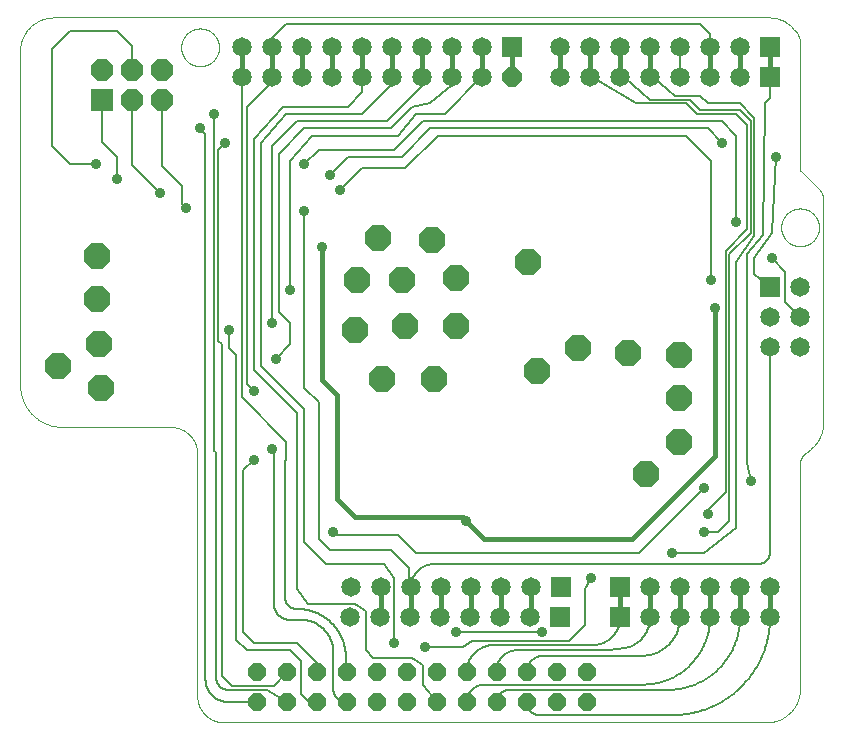
<source format=gtl>
G75*
%MOIN*%
%OFA0B0*%
%FSLAX25Y25*%
%IPPOS*%
%LPD*%
%AMOC8*
5,1,8,0,0,1.08239X$1,22.5*
%
%ADD10C,0.00000*%
%ADD11R,0.06500X0.06500*%
%ADD12C,0.06500*%
%ADD13R,0.07400X0.07400*%
%ADD14OC8,0.07400*%
%ADD15OC8,0.06000*%
%ADD16OC8,0.06500*%
%ADD17OC8,0.08500*%
%ADD18C,0.01600*%
%ADD19C,0.03562*%
%ADD20C,0.00600*%
D10*
X0064055Y0010103D02*
X0064055Y0090922D01*
X0064052Y0091135D01*
X0064045Y0091347D01*
X0064032Y0091560D01*
X0064014Y0091772D01*
X0063991Y0091983D01*
X0063963Y0092194D01*
X0063929Y0092404D01*
X0063891Y0092613D01*
X0063848Y0092822D01*
X0063799Y0093029D01*
X0063746Y0093235D01*
X0063687Y0093439D01*
X0063624Y0093642D01*
X0063556Y0093844D01*
X0063483Y0094044D01*
X0063405Y0094242D01*
X0063323Y0094438D01*
X0063235Y0094632D01*
X0063143Y0094823D01*
X0063047Y0095013D01*
X0062946Y0095200D01*
X0062840Y0095385D01*
X0062730Y0095567D01*
X0062615Y0095746D01*
X0062497Y0095923D01*
X0062374Y0096096D01*
X0062247Y0096267D01*
X0062115Y0096434D01*
X0061980Y0096599D01*
X0061841Y0096759D01*
X0061698Y0096917D01*
X0061551Y0097071D01*
X0061401Y0097221D01*
X0061247Y0097368D01*
X0061089Y0097511D01*
X0060929Y0097650D01*
X0060764Y0097785D01*
X0060597Y0097917D01*
X0060426Y0098044D01*
X0060253Y0098167D01*
X0060076Y0098285D01*
X0059897Y0098400D01*
X0059715Y0098510D01*
X0059530Y0098616D01*
X0059343Y0098717D01*
X0059153Y0098813D01*
X0058962Y0098905D01*
X0058768Y0098993D01*
X0058572Y0099075D01*
X0058374Y0099153D01*
X0058174Y0099226D01*
X0057972Y0099294D01*
X0057769Y0099357D01*
X0057565Y0099416D01*
X0057359Y0099469D01*
X0057152Y0099518D01*
X0056943Y0099561D01*
X0056734Y0099599D01*
X0056524Y0099633D01*
X0056313Y0099661D01*
X0056102Y0099684D01*
X0055890Y0099702D01*
X0055677Y0099715D01*
X0055465Y0099722D01*
X0055252Y0099725D01*
X0019195Y0099725D01*
X0018852Y0099729D01*
X0018509Y0099742D01*
X0018167Y0099762D01*
X0017825Y0099791D01*
X0017484Y0099828D01*
X0017144Y0099874D01*
X0016805Y0099928D01*
X0016468Y0099989D01*
X0016132Y0100059D01*
X0015798Y0100137D01*
X0015466Y0100224D01*
X0015136Y0100318D01*
X0014809Y0100420D01*
X0014484Y0100530D01*
X0014161Y0100647D01*
X0013842Y0100773D01*
X0013526Y0100906D01*
X0013213Y0101047D01*
X0012904Y0101195D01*
X0012598Y0101351D01*
X0012296Y0101514D01*
X0011999Y0101684D01*
X0011705Y0101862D01*
X0011416Y0102046D01*
X0011131Y0102238D01*
X0010851Y0102436D01*
X0010576Y0102641D01*
X0010306Y0102853D01*
X0010041Y0103071D01*
X0009782Y0103295D01*
X0009528Y0103525D01*
X0009280Y0103762D01*
X0009037Y0104005D01*
X0008800Y0104253D01*
X0008570Y0104507D01*
X0008346Y0104766D01*
X0008128Y0105031D01*
X0007916Y0105301D01*
X0007711Y0105576D01*
X0007513Y0105856D01*
X0007321Y0106141D01*
X0007137Y0106430D01*
X0006959Y0106724D01*
X0006789Y0107021D01*
X0006626Y0107323D01*
X0006470Y0107629D01*
X0006322Y0107938D01*
X0006181Y0108251D01*
X0006048Y0108567D01*
X0005922Y0108886D01*
X0005805Y0109209D01*
X0005695Y0109534D01*
X0005593Y0109861D01*
X0005499Y0110191D01*
X0005412Y0110523D01*
X0005334Y0110857D01*
X0005264Y0111193D01*
X0005203Y0111530D01*
X0005149Y0111869D01*
X0005103Y0112209D01*
X0005066Y0112550D01*
X0005037Y0112892D01*
X0005017Y0113234D01*
X0005004Y0113577D01*
X0005000Y0113920D01*
X0005000Y0225098D01*
X0005003Y0225368D01*
X0005013Y0225637D01*
X0005029Y0225907D01*
X0005052Y0226175D01*
X0005081Y0226444D01*
X0005117Y0226711D01*
X0005159Y0226977D01*
X0005208Y0227243D01*
X0005263Y0227507D01*
X0005324Y0227769D01*
X0005392Y0228031D01*
X0005466Y0228290D01*
X0005546Y0228548D01*
X0005633Y0228803D01*
X0005725Y0229056D01*
X0005824Y0229308D01*
X0005929Y0229556D01*
X0006040Y0229802D01*
X0006156Y0230045D01*
X0006279Y0230286D01*
X0006407Y0230523D01*
X0006541Y0230757D01*
X0006680Y0230988D01*
X0006825Y0231215D01*
X0006976Y0231439D01*
X0007132Y0231659D01*
X0007293Y0231876D01*
X0007459Y0232088D01*
X0007631Y0232296D01*
X0007807Y0232500D01*
X0007989Y0232700D01*
X0008175Y0232895D01*
X0008366Y0233086D01*
X0008561Y0233272D01*
X0008761Y0233454D01*
X0008965Y0233630D01*
X0009173Y0233802D01*
X0009385Y0233968D01*
X0009602Y0234129D01*
X0009822Y0234285D01*
X0010046Y0234436D01*
X0010273Y0234581D01*
X0010504Y0234720D01*
X0010738Y0234854D01*
X0010975Y0234982D01*
X0011216Y0235105D01*
X0011459Y0235221D01*
X0011705Y0235332D01*
X0011953Y0235437D01*
X0012205Y0235536D01*
X0012458Y0235628D01*
X0012713Y0235715D01*
X0012971Y0235795D01*
X0013230Y0235869D01*
X0013492Y0235937D01*
X0013754Y0235998D01*
X0014018Y0236053D01*
X0014284Y0236102D01*
X0014550Y0236144D01*
X0014817Y0236180D01*
X0015086Y0236209D01*
X0015354Y0236232D01*
X0015624Y0236248D01*
X0015893Y0236258D01*
X0016163Y0236261D01*
X0254763Y0236261D01*
X0262006Y0233275D02*
X0263110Y0232178D01*
X0265000Y0227635D02*
X0265000Y0185714D01*
X0265293Y0185007D02*
X0271217Y0179158D01*
X0272717Y0175571D02*
X0272717Y0101174D01*
X0272714Y0100903D01*
X0272704Y0100632D01*
X0272687Y0100361D01*
X0272664Y0100091D01*
X0272635Y0099822D01*
X0272598Y0099553D01*
X0272556Y0099285D01*
X0272506Y0099018D01*
X0272451Y0098753D01*
X0272388Y0098489D01*
X0272320Y0098227D01*
X0272245Y0097966D01*
X0272164Y0097707D01*
X0272076Y0097451D01*
X0271982Y0097196D01*
X0271882Y0096944D01*
X0271776Y0096695D01*
X0271664Y0096448D01*
X0271546Y0096204D01*
X0271422Y0095963D01*
X0271292Y0095724D01*
X0271157Y0095490D01*
X0271016Y0095258D01*
X0270869Y0095030D01*
X0270716Y0094806D01*
X0270559Y0094585D01*
X0270396Y0094369D01*
X0270227Y0094156D01*
X0270054Y0093948D01*
X0269875Y0093743D01*
X0269692Y0093544D01*
X0269504Y0093348D01*
X0269311Y0093158D01*
X0269114Y0092972D01*
X0268912Y0092791D01*
X0268705Y0092615D01*
X0268495Y0092444D01*
X0266956Y0091226D01*
X0264843Y0086856D02*
X0264843Y0033371D01*
X0265000Y0012547D01*
X0264997Y0012275D01*
X0264987Y0012004D01*
X0264970Y0011732D01*
X0264947Y0011462D01*
X0264918Y0011191D01*
X0264882Y0010922D01*
X0264839Y0010653D01*
X0264790Y0010386D01*
X0264735Y0010120D01*
X0264673Y0009855D01*
X0264605Y0009592D01*
X0264530Y0009331D01*
X0264450Y0009071D01*
X0264362Y0008814D01*
X0264269Y0008559D01*
X0264170Y0008306D01*
X0264064Y0008055D01*
X0263953Y0007808D01*
X0263835Y0007562D01*
X0263712Y0007320D01*
X0263583Y0007081D01*
X0263448Y0006845D01*
X0263307Y0006613D01*
X0263161Y0006384D01*
X0263009Y0006158D01*
X0262852Y0005936D01*
X0262690Y0005718D01*
X0262522Y0005504D01*
X0262349Y0005294D01*
X0262172Y0005089D01*
X0261989Y0004888D01*
X0261801Y0004691D01*
X0261609Y0004499D01*
X0261412Y0004311D01*
X0261211Y0004128D01*
X0261006Y0003951D01*
X0260796Y0003778D01*
X0260582Y0003610D01*
X0260364Y0003448D01*
X0260142Y0003291D01*
X0259916Y0003139D01*
X0259687Y0002993D01*
X0259455Y0002852D01*
X0259219Y0002717D01*
X0258980Y0002588D01*
X0258738Y0002465D01*
X0258492Y0002347D01*
X0258245Y0002236D01*
X0257994Y0002130D01*
X0257741Y0002031D01*
X0257486Y0001938D01*
X0257229Y0001850D01*
X0256969Y0001770D01*
X0256708Y0001695D01*
X0256445Y0001627D01*
X0256180Y0001565D01*
X0255914Y0001510D01*
X0255647Y0001461D01*
X0255378Y0001418D01*
X0255109Y0001382D01*
X0254838Y0001353D01*
X0254568Y0001330D01*
X0254296Y0001313D01*
X0254025Y0001303D01*
X0253753Y0001300D01*
X0072859Y0001300D01*
X0072646Y0001303D01*
X0072434Y0001310D01*
X0072221Y0001323D01*
X0072009Y0001341D01*
X0071798Y0001364D01*
X0071587Y0001392D01*
X0071377Y0001426D01*
X0071168Y0001464D01*
X0070959Y0001507D01*
X0070752Y0001556D01*
X0070546Y0001609D01*
X0070342Y0001668D01*
X0070139Y0001731D01*
X0069937Y0001799D01*
X0069737Y0001872D01*
X0069539Y0001950D01*
X0069343Y0002032D01*
X0069149Y0002120D01*
X0068958Y0002212D01*
X0068768Y0002308D01*
X0068581Y0002409D01*
X0068396Y0002515D01*
X0068214Y0002625D01*
X0068035Y0002740D01*
X0067858Y0002858D01*
X0067685Y0002981D01*
X0067514Y0003108D01*
X0067347Y0003240D01*
X0067182Y0003375D01*
X0067022Y0003514D01*
X0066864Y0003657D01*
X0066710Y0003804D01*
X0066560Y0003954D01*
X0066413Y0004108D01*
X0066270Y0004266D01*
X0066131Y0004426D01*
X0065996Y0004591D01*
X0065864Y0004758D01*
X0065737Y0004929D01*
X0065614Y0005102D01*
X0065496Y0005279D01*
X0065381Y0005458D01*
X0065271Y0005640D01*
X0065165Y0005825D01*
X0065064Y0006012D01*
X0064968Y0006202D01*
X0064876Y0006393D01*
X0064788Y0006587D01*
X0064706Y0006783D01*
X0064628Y0006981D01*
X0064555Y0007181D01*
X0064487Y0007383D01*
X0064424Y0007586D01*
X0064365Y0007790D01*
X0064312Y0007996D01*
X0064263Y0008203D01*
X0064220Y0008412D01*
X0064182Y0008621D01*
X0064148Y0008831D01*
X0064120Y0009042D01*
X0064097Y0009253D01*
X0064079Y0009465D01*
X0064066Y0009678D01*
X0064059Y0009890D01*
X0064056Y0010103D01*
X0264843Y0086856D02*
X0264845Y0087004D01*
X0264851Y0087151D01*
X0264861Y0087299D01*
X0264874Y0087446D01*
X0264892Y0087593D01*
X0264913Y0087739D01*
X0264939Y0087884D01*
X0264968Y0088029D01*
X0265001Y0088173D01*
X0265038Y0088316D01*
X0265078Y0088458D01*
X0265122Y0088599D01*
X0265171Y0088739D01*
X0265222Y0088877D01*
X0265278Y0089014D01*
X0265337Y0089150D01*
X0265399Y0089283D01*
X0265465Y0089415D01*
X0265535Y0089546D01*
X0265608Y0089674D01*
X0265684Y0089801D01*
X0265764Y0089925D01*
X0265847Y0090047D01*
X0265933Y0090167D01*
X0266022Y0090285D01*
X0266115Y0090400D01*
X0266210Y0090513D01*
X0266308Y0090623D01*
X0266410Y0090731D01*
X0266514Y0090836D01*
X0266621Y0090938D01*
X0266730Y0091037D01*
X0266842Y0091133D01*
X0266957Y0091226D01*
X0258700Y0166300D02*
X0258702Y0166458D01*
X0258708Y0166617D01*
X0258718Y0166775D01*
X0258732Y0166932D01*
X0258750Y0167090D01*
X0258771Y0167246D01*
X0258797Y0167403D01*
X0258827Y0167558D01*
X0258860Y0167713D01*
X0258898Y0167867D01*
X0258939Y0168020D01*
X0258984Y0168171D01*
X0259033Y0168322D01*
X0259086Y0168471D01*
X0259142Y0168619D01*
X0259203Y0168766D01*
X0259266Y0168911D01*
X0259334Y0169054D01*
X0259405Y0169195D01*
X0259479Y0169335D01*
X0259557Y0169473D01*
X0259639Y0169609D01*
X0259724Y0169742D01*
X0259812Y0169874D01*
X0259903Y0170003D01*
X0259998Y0170130D01*
X0260096Y0170254D01*
X0260197Y0170376D01*
X0260301Y0170496D01*
X0260407Y0170613D01*
X0260517Y0170727D01*
X0260630Y0170838D01*
X0260745Y0170946D01*
X0260864Y0171052D01*
X0260984Y0171154D01*
X0261107Y0171254D01*
X0261233Y0171350D01*
X0261361Y0171443D01*
X0261492Y0171533D01*
X0261624Y0171619D01*
X0261759Y0171702D01*
X0261896Y0171782D01*
X0262035Y0171858D01*
X0262175Y0171931D01*
X0262318Y0172000D01*
X0262462Y0172066D01*
X0262607Y0172128D01*
X0262755Y0172186D01*
X0262903Y0172241D01*
X0263053Y0172292D01*
X0263204Y0172339D01*
X0263357Y0172382D01*
X0263510Y0172421D01*
X0263664Y0172457D01*
X0263819Y0172488D01*
X0263975Y0172516D01*
X0264132Y0172540D01*
X0264289Y0172560D01*
X0264447Y0172576D01*
X0264604Y0172588D01*
X0264763Y0172596D01*
X0264921Y0172600D01*
X0265079Y0172600D01*
X0265237Y0172596D01*
X0265396Y0172588D01*
X0265553Y0172576D01*
X0265711Y0172560D01*
X0265868Y0172540D01*
X0266025Y0172516D01*
X0266181Y0172488D01*
X0266336Y0172457D01*
X0266490Y0172421D01*
X0266643Y0172382D01*
X0266796Y0172339D01*
X0266947Y0172292D01*
X0267097Y0172241D01*
X0267245Y0172186D01*
X0267393Y0172128D01*
X0267538Y0172066D01*
X0267682Y0172000D01*
X0267825Y0171931D01*
X0267965Y0171858D01*
X0268104Y0171782D01*
X0268241Y0171702D01*
X0268376Y0171619D01*
X0268508Y0171533D01*
X0268639Y0171443D01*
X0268767Y0171350D01*
X0268893Y0171254D01*
X0269016Y0171154D01*
X0269136Y0171052D01*
X0269255Y0170946D01*
X0269370Y0170838D01*
X0269483Y0170727D01*
X0269593Y0170613D01*
X0269699Y0170496D01*
X0269803Y0170376D01*
X0269904Y0170254D01*
X0270002Y0170130D01*
X0270097Y0170003D01*
X0270188Y0169874D01*
X0270276Y0169742D01*
X0270361Y0169609D01*
X0270443Y0169473D01*
X0270521Y0169335D01*
X0270595Y0169195D01*
X0270666Y0169054D01*
X0270734Y0168911D01*
X0270797Y0168766D01*
X0270858Y0168619D01*
X0270914Y0168471D01*
X0270967Y0168322D01*
X0271016Y0168171D01*
X0271061Y0168020D01*
X0271102Y0167867D01*
X0271140Y0167713D01*
X0271173Y0167558D01*
X0271203Y0167403D01*
X0271229Y0167246D01*
X0271250Y0167090D01*
X0271268Y0166932D01*
X0271282Y0166775D01*
X0271292Y0166617D01*
X0271298Y0166458D01*
X0271300Y0166300D01*
X0271298Y0166142D01*
X0271292Y0165983D01*
X0271282Y0165825D01*
X0271268Y0165668D01*
X0271250Y0165510D01*
X0271229Y0165354D01*
X0271203Y0165197D01*
X0271173Y0165042D01*
X0271140Y0164887D01*
X0271102Y0164733D01*
X0271061Y0164580D01*
X0271016Y0164429D01*
X0270967Y0164278D01*
X0270914Y0164129D01*
X0270858Y0163981D01*
X0270797Y0163834D01*
X0270734Y0163689D01*
X0270666Y0163546D01*
X0270595Y0163405D01*
X0270521Y0163265D01*
X0270443Y0163127D01*
X0270361Y0162991D01*
X0270276Y0162858D01*
X0270188Y0162726D01*
X0270097Y0162597D01*
X0270002Y0162470D01*
X0269904Y0162346D01*
X0269803Y0162224D01*
X0269699Y0162104D01*
X0269593Y0161987D01*
X0269483Y0161873D01*
X0269370Y0161762D01*
X0269255Y0161654D01*
X0269136Y0161548D01*
X0269016Y0161446D01*
X0268893Y0161346D01*
X0268767Y0161250D01*
X0268639Y0161157D01*
X0268508Y0161067D01*
X0268376Y0160981D01*
X0268241Y0160898D01*
X0268104Y0160818D01*
X0267965Y0160742D01*
X0267825Y0160669D01*
X0267682Y0160600D01*
X0267538Y0160534D01*
X0267393Y0160472D01*
X0267245Y0160414D01*
X0267097Y0160359D01*
X0266947Y0160308D01*
X0266796Y0160261D01*
X0266643Y0160218D01*
X0266490Y0160179D01*
X0266336Y0160143D01*
X0266181Y0160112D01*
X0266025Y0160084D01*
X0265868Y0160060D01*
X0265711Y0160040D01*
X0265553Y0160024D01*
X0265396Y0160012D01*
X0265237Y0160004D01*
X0265079Y0160000D01*
X0264921Y0160000D01*
X0264763Y0160004D01*
X0264604Y0160012D01*
X0264447Y0160024D01*
X0264289Y0160040D01*
X0264132Y0160060D01*
X0263975Y0160084D01*
X0263819Y0160112D01*
X0263664Y0160143D01*
X0263510Y0160179D01*
X0263357Y0160218D01*
X0263204Y0160261D01*
X0263053Y0160308D01*
X0262903Y0160359D01*
X0262755Y0160414D01*
X0262607Y0160472D01*
X0262462Y0160534D01*
X0262318Y0160600D01*
X0262175Y0160669D01*
X0262035Y0160742D01*
X0261896Y0160818D01*
X0261759Y0160898D01*
X0261624Y0160981D01*
X0261492Y0161067D01*
X0261361Y0161157D01*
X0261233Y0161250D01*
X0261107Y0161346D01*
X0260984Y0161446D01*
X0260864Y0161548D01*
X0260745Y0161654D01*
X0260630Y0161762D01*
X0260517Y0161873D01*
X0260407Y0161987D01*
X0260301Y0162104D01*
X0260197Y0162224D01*
X0260096Y0162346D01*
X0259998Y0162470D01*
X0259903Y0162597D01*
X0259812Y0162726D01*
X0259724Y0162858D01*
X0259639Y0162991D01*
X0259557Y0163127D01*
X0259479Y0163265D01*
X0259405Y0163405D01*
X0259334Y0163546D01*
X0259266Y0163689D01*
X0259203Y0163834D01*
X0259142Y0163981D01*
X0259086Y0164129D01*
X0259033Y0164278D01*
X0258984Y0164429D01*
X0258939Y0164580D01*
X0258898Y0164733D01*
X0258860Y0164887D01*
X0258827Y0165042D01*
X0258797Y0165197D01*
X0258771Y0165354D01*
X0258750Y0165510D01*
X0258732Y0165668D01*
X0258718Y0165825D01*
X0258708Y0165983D01*
X0258702Y0166142D01*
X0258700Y0166300D01*
X0272717Y0175571D02*
X0272715Y0175709D01*
X0272709Y0175846D01*
X0272700Y0175984D01*
X0272687Y0176121D01*
X0272670Y0176257D01*
X0272649Y0176393D01*
X0272625Y0176529D01*
X0272597Y0176664D01*
X0272566Y0176798D01*
X0272530Y0176931D01*
X0272491Y0177063D01*
X0272449Y0177194D01*
X0272403Y0177323D01*
X0272353Y0177452D01*
X0272300Y0177579D01*
X0272243Y0177704D01*
X0272184Y0177828D01*
X0272120Y0177950D01*
X0272054Y0178071D01*
X0271984Y0178189D01*
X0271911Y0178306D01*
X0271834Y0178421D01*
X0271755Y0178533D01*
X0271673Y0178644D01*
X0271587Y0178752D01*
X0271499Y0178857D01*
X0271408Y0178960D01*
X0271314Y0179061D01*
X0271217Y0179159D01*
X0265293Y0185007D02*
X0265251Y0185051D01*
X0265213Y0185097D01*
X0265177Y0185146D01*
X0265144Y0185197D01*
X0265115Y0185249D01*
X0265088Y0185304D01*
X0265065Y0185359D01*
X0265045Y0185416D01*
X0265029Y0185475D01*
X0265016Y0185534D01*
X0265007Y0185593D01*
X0265002Y0185654D01*
X0265000Y0185714D01*
X0262006Y0233275D02*
X0261826Y0233450D01*
X0261641Y0233620D01*
X0261452Y0233786D01*
X0261260Y0233947D01*
X0261063Y0234103D01*
X0260863Y0234255D01*
X0260659Y0234402D01*
X0260451Y0234543D01*
X0260241Y0234680D01*
X0260026Y0234811D01*
X0259809Y0234937D01*
X0259589Y0235057D01*
X0259366Y0235173D01*
X0259140Y0235282D01*
X0258911Y0235387D01*
X0258680Y0235485D01*
X0258447Y0235578D01*
X0258211Y0235665D01*
X0257974Y0235747D01*
X0257734Y0235822D01*
X0257493Y0235892D01*
X0257250Y0235956D01*
X0257005Y0236013D01*
X0256760Y0236065D01*
X0256513Y0236111D01*
X0256265Y0236151D01*
X0256016Y0236184D01*
X0255766Y0236212D01*
X0255516Y0236233D01*
X0255265Y0236249D01*
X0255014Y0236258D01*
X0254763Y0236261D01*
X0263110Y0232177D02*
X0263220Y0232065D01*
X0263328Y0231950D01*
X0263433Y0231832D01*
X0263535Y0231711D01*
X0263634Y0231588D01*
X0263730Y0231463D01*
X0263822Y0231335D01*
X0263912Y0231205D01*
X0263998Y0231073D01*
X0264082Y0230939D01*
X0264161Y0230803D01*
X0264238Y0230665D01*
X0264311Y0230525D01*
X0264380Y0230383D01*
X0264446Y0230240D01*
X0264509Y0230095D01*
X0264567Y0229949D01*
X0264623Y0229801D01*
X0264674Y0229652D01*
X0264722Y0229501D01*
X0264766Y0229350D01*
X0264807Y0229197D01*
X0264843Y0229044D01*
X0264876Y0228889D01*
X0264905Y0228734D01*
X0264930Y0228578D01*
X0264951Y0228422D01*
X0264969Y0228265D01*
X0264983Y0228108D01*
X0264992Y0227950D01*
X0264998Y0227793D01*
X0265000Y0227635D01*
X0058700Y0226300D02*
X0058702Y0226458D01*
X0058708Y0226617D01*
X0058718Y0226775D01*
X0058732Y0226932D01*
X0058750Y0227090D01*
X0058771Y0227246D01*
X0058797Y0227403D01*
X0058827Y0227558D01*
X0058860Y0227713D01*
X0058898Y0227867D01*
X0058939Y0228020D01*
X0058984Y0228171D01*
X0059033Y0228322D01*
X0059086Y0228471D01*
X0059142Y0228619D01*
X0059203Y0228766D01*
X0059266Y0228911D01*
X0059334Y0229054D01*
X0059405Y0229195D01*
X0059479Y0229335D01*
X0059557Y0229473D01*
X0059639Y0229609D01*
X0059724Y0229742D01*
X0059812Y0229874D01*
X0059903Y0230003D01*
X0059998Y0230130D01*
X0060096Y0230254D01*
X0060197Y0230376D01*
X0060301Y0230496D01*
X0060407Y0230613D01*
X0060517Y0230727D01*
X0060630Y0230838D01*
X0060745Y0230946D01*
X0060864Y0231052D01*
X0060984Y0231154D01*
X0061107Y0231254D01*
X0061233Y0231350D01*
X0061361Y0231443D01*
X0061492Y0231533D01*
X0061624Y0231619D01*
X0061759Y0231702D01*
X0061896Y0231782D01*
X0062035Y0231858D01*
X0062175Y0231931D01*
X0062318Y0232000D01*
X0062462Y0232066D01*
X0062607Y0232128D01*
X0062755Y0232186D01*
X0062903Y0232241D01*
X0063053Y0232292D01*
X0063204Y0232339D01*
X0063357Y0232382D01*
X0063510Y0232421D01*
X0063664Y0232457D01*
X0063819Y0232488D01*
X0063975Y0232516D01*
X0064132Y0232540D01*
X0064289Y0232560D01*
X0064447Y0232576D01*
X0064604Y0232588D01*
X0064763Y0232596D01*
X0064921Y0232600D01*
X0065079Y0232600D01*
X0065237Y0232596D01*
X0065396Y0232588D01*
X0065553Y0232576D01*
X0065711Y0232560D01*
X0065868Y0232540D01*
X0066025Y0232516D01*
X0066181Y0232488D01*
X0066336Y0232457D01*
X0066490Y0232421D01*
X0066643Y0232382D01*
X0066796Y0232339D01*
X0066947Y0232292D01*
X0067097Y0232241D01*
X0067245Y0232186D01*
X0067393Y0232128D01*
X0067538Y0232066D01*
X0067682Y0232000D01*
X0067825Y0231931D01*
X0067965Y0231858D01*
X0068104Y0231782D01*
X0068241Y0231702D01*
X0068376Y0231619D01*
X0068508Y0231533D01*
X0068639Y0231443D01*
X0068767Y0231350D01*
X0068893Y0231254D01*
X0069016Y0231154D01*
X0069136Y0231052D01*
X0069255Y0230946D01*
X0069370Y0230838D01*
X0069483Y0230727D01*
X0069593Y0230613D01*
X0069699Y0230496D01*
X0069803Y0230376D01*
X0069904Y0230254D01*
X0070002Y0230130D01*
X0070097Y0230003D01*
X0070188Y0229874D01*
X0070276Y0229742D01*
X0070361Y0229609D01*
X0070443Y0229473D01*
X0070521Y0229335D01*
X0070595Y0229195D01*
X0070666Y0229054D01*
X0070734Y0228911D01*
X0070797Y0228766D01*
X0070858Y0228619D01*
X0070914Y0228471D01*
X0070967Y0228322D01*
X0071016Y0228171D01*
X0071061Y0228020D01*
X0071102Y0227867D01*
X0071140Y0227713D01*
X0071173Y0227558D01*
X0071203Y0227403D01*
X0071229Y0227246D01*
X0071250Y0227090D01*
X0071268Y0226932D01*
X0071282Y0226775D01*
X0071292Y0226617D01*
X0071298Y0226458D01*
X0071300Y0226300D01*
X0071298Y0226142D01*
X0071292Y0225983D01*
X0071282Y0225825D01*
X0071268Y0225668D01*
X0071250Y0225510D01*
X0071229Y0225354D01*
X0071203Y0225197D01*
X0071173Y0225042D01*
X0071140Y0224887D01*
X0071102Y0224733D01*
X0071061Y0224580D01*
X0071016Y0224429D01*
X0070967Y0224278D01*
X0070914Y0224129D01*
X0070858Y0223981D01*
X0070797Y0223834D01*
X0070734Y0223689D01*
X0070666Y0223546D01*
X0070595Y0223405D01*
X0070521Y0223265D01*
X0070443Y0223127D01*
X0070361Y0222991D01*
X0070276Y0222858D01*
X0070188Y0222726D01*
X0070097Y0222597D01*
X0070002Y0222470D01*
X0069904Y0222346D01*
X0069803Y0222224D01*
X0069699Y0222104D01*
X0069593Y0221987D01*
X0069483Y0221873D01*
X0069370Y0221762D01*
X0069255Y0221654D01*
X0069136Y0221548D01*
X0069016Y0221446D01*
X0068893Y0221346D01*
X0068767Y0221250D01*
X0068639Y0221157D01*
X0068508Y0221067D01*
X0068376Y0220981D01*
X0068241Y0220898D01*
X0068104Y0220818D01*
X0067965Y0220742D01*
X0067825Y0220669D01*
X0067682Y0220600D01*
X0067538Y0220534D01*
X0067393Y0220472D01*
X0067245Y0220414D01*
X0067097Y0220359D01*
X0066947Y0220308D01*
X0066796Y0220261D01*
X0066643Y0220218D01*
X0066490Y0220179D01*
X0066336Y0220143D01*
X0066181Y0220112D01*
X0066025Y0220084D01*
X0065868Y0220060D01*
X0065711Y0220040D01*
X0065553Y0220024D01*
X0065396Y0220012D01*
X0065237Y0220004D01*
X0065079Y0220000D01*
X0064921Y0220000D01*
X0064763Y0220004D01*
X0064604Y0220012D01*
X0064447Y0220024D01*
X0064289Y0220040D01*
X0064132Y0220060D01*
X0063975Y0220084D01*
X0063819Y0220112D01*
X0063664Y0220143D01*
X0063510Y0220179D01*
X0063357Y0220218D01*
X0063204Y0220261D01*
X0063053Y0220308D01*
X0062903Y0220359D01*
X0062755Y0220414D01*
X0062607Y0220472D01*
X0062462Y0220534D01*
X0062318Y0220600D01*
X0062175Y0220669D01*
X0062035Y0220742D01*
X0061896Y0220818D01*
X0061759Y0220898D01*
X0061624Y0220981D01*
X0061492Y0221067D01*
X0061361Y0221157D01*
X0061233Y0221250D01*
X0061107Y0221346D01*
X0060984Y0221446D01*
X0060864Y0221548D01*
X0060745Y0221654D01*
X0060630Y0221762D01*
X0060517Y0221873D01*
X0060407Y0221987D01*
X0060301Y0222104D01*
X0060197Y0222224D01*
X0060096Y0222346D01*
X0059998Y0222470D01*
X0059903Y0222597D01*
X0059812Y0222726D01*
X0059724Y0222858D01*
X0059639Y0222991D01*
X0059557Y0223127D01*
X0059479Y0223265D01*
X0059405Y0223405D01*
X0059334Y0223546D01*
X0059266Y0223689D01*
X0059203Y0223834D01*
X0059142Y0223981D01*
X0059086Y0224129D01*
X0059033Y0224278D01*
X0058984Y0224429D01*
X0058939Y0224580D01*
X0058898Y0224733D01*
X0058860Y0224887D01*
X0058827Y0225042D01*
X0058797Y0225197D01*
X0058771Y0225354D01*
X0058750Y0225510D01*
X0058732Y0225668D01*
X0058718Y0225825D01*
X0058708Y0225983D01*
X0058702Y0226142D01*
X0058700Y0226300D01*
D11*
X0169000Y0226300D03*
X0255000Y0226300D03*
X0255006Y0216297D03*
X0255000Y0146300D03*
X0205000Y0046300D03*
X0205000Y0036300D03*
X0185000Y0036300D03*
X0185200Y0046300D03*
D12*
X0175200Y0046300D03*
X0165200Y0046300D03*
X0155200Y0046300D03*
X0145200Y0046300D03*
X0135200Y0046300D03*
X0125200Y0046300D03*
X0115200Y0046300D03*
X0115000Y0036300D03*
X0125000Y0036300D03*
X0135000Y0036300D03*
X0145000Y0036300D03*
X0155000Y0036300D03*
X0165000Y0036300D03*
X0175000Y0036300D03*
X0215000Y0036300D03*
X0225000Y0036300D03*
X0235000Y0036300D03*
X0245000Y0036300D03*
X0255000Y0036300D03*
X0255000Y0046300D03*
X0245000Y0046300D03*
X0235000Y0046300D03*
X0225000Y0046300D03*
X0215000Y0046300D03*
X0255000Y0126300D03*
X0265000Y0126300D03*
X0265000Y0136300D03*
X0255000Y0136300D03*
X0265000Y0146300D03*
X0245006Y0216297D03*
X0235006Y0216297D03*
X0225006Y0216297D03*
X0215006Y0216297D03*
X0205006Y0216297D03*
X0195006Y0216297D03*
X0185006Y0216297D03*
X0185000Y0226300D03*
X0195000Y0226300D03*
X0205000Y0226300D03*
X0215000Y0226300D03*
X0225000Y0226300D03*
X0235000Y0226300D03*
X0245000Y0226300D03*
X0159000Y0226300D03*
X0149000Y0226300D03*
X0139000Y0226300D03*
X0129000Y0226300D03*
X0119000Y0226300D03*
X0109000Y0226300D03*
X0099000Y0226300D03*
X0089000Y0226300D03*
X0079000Y0226300D03*
X0078997Y0216297D03*
X0088997Y0216297D03*
X0098997Y0216297D03*
X0108997Y0216297D03*
X0118997Y0216297D03*
X0128997Y0216297D03*
X0138997Y0216297D03*
X0148997Y0216297D03*
X0158997Y0216297D03*
D13*
X0032402Y0208898D03*
D14*
X0042402Y0208898D03*
X0052402Y0208898D03*
X0052402Y0218898D03*
X0042402Y0218898D03*
X0032402Y0218898D03*
D15*
X0083858Y0018111D03*
X0093858Y0018111D03*
X0103858Y0018111D03*
X0113858Y0018111D03*
X0123858Y0018111D03*
X0133858Y0018111D03*
X0143858Y0018111D03*
X0153858Y0018111D03*
X0163858Y0018111D03*
X0173858Y0018111D03*
X0183858Y0018111D03*
X0193858Y0018111D03*
X0193858Y0008111D03*
X0183858Y0008111D03*
X0173858Y0008111D03*
X0163858Y0008111D03*
X0153858Y0008111D03*
X0143858Y0008111D03*
X0133858Y0008111D03*
X0123858Y0008111D03*
X0113858Y0008111D03*
X0103858Y0008111D03*
X0093858Y0008111D03*
X0083858Y0008111D03*
D16*
X0168997Y0216297D03*
D17*
X0142400Y0162100D03*
X0124400Y0162700D03*
X0117200Y0148900D03*
X0132200Y0148900D03*
X0150200Y0149500D03*
X0150200Y0133300D03*
X0133400Y0133300D03*
X0116600Y0132100D03*
X0125600Y0115900D03*
X0143000Y0115900D03*
X0177200Y0118300D03*
X0191000Y0126100D03*
X0207800Y0124300D03*
X0224600Y0123700D03*
X0224600Y0109300D03*
X0224600Y0094900D03*
X0213800Y0084100D03*
X0174200Y0154900D03*
X0030800Y0156700D03*
X0030800Y0142300D03*
X0031400Y0127300D03*
X0017600Y0120100D03*
X0032000Y0112900D03*
D18*
X0105800Y0115300D02*
X0110600Y0110500D01*
X0110600Y0075700D01*
X0116600Y0069700D01*
X0152600Y0069700D01*
X0153800Y0068500D01*
X0159800Y0062500D01*
X0209000Y0062500D01*
X0236600Y0090100D01*
X0236600Y0139300D01*
X0235006Y0216297D02*
X0235006Y0226300D01*
X0235000Y0226300D01*
X0225006Y0226300D02*
X0225000Y0226300D01*
X0215000Y0226300D02*
X0215000Y0216297D01*
X0215006Y0216297D01*
X0205006Y0216297D02*
X0205000Y0216297D01*
X0205000Y0226300D01*
X0195000Y0226300D02*
X0195000Y0216297D01*
X0195006Y0216297D01*
X0185006Y0216297D02*
X0185000Y0216297D01*
X0185000Y0226300D01*
X0169000Y0226300D02*
X0169000Y0216297D01*
X0168997Y0216297D01*
X0159000Y0216297D02*
X0159000Y0226300D01*
X0149000Y0226300D02*
X0149000Y0216297D01*
X0148997Y0216297D01*
X0139000Y0216297D02*
X0139000Y0226300D01*
X0129000Y0226300D02*
X0129000Y0216297D01*
X0128997Y0216297D01*
X0119000Y0216297D02*
X0119000Y0226300D01*
X0109000Y0226300D02*
X0109000Y0216297D01*
X0108997Y0216297D01*
X0099000Y0216297D02*
X0099000Y0226300D01*
X0089000Y0226300D02*
X0089000Y0216297D01*
X0088997Y0216297D01*
X0079000Y0216297D02*
X0079000Y0226300D01*
X0078997Y0216297D02*
X0079000Y0216297D01*
X0098997Y0216297D02*
X0099000Y0216297D01*
X0118997Y0216297D02*
X0119000Y0216297D01*
X0138997Y0216297D02*
X0139000Y0216297D01*
X0158997Y0216297D02*
X0159000Y0216297D01*
X0245006Y0216297D02*
X0245006Y0226300D01*
X0245000Y0226300D01*
X0255000Y0226300D02*
X0255000Y0216297D01*
X0255006Y0216297D01*
X0105800Y0159700D02*
X0105800Y0115300D01*
X0125200Y0046300D02*
X0125200Y0036300D01*
X0125000Y0036300D01*
X0135000Y0036300D02*
X0135200Y0036300D01*
X0135200Y0043300D01*
X0135200Y0046300D01*
X0145200Y0046300D02*
X0145200Y0036300D01*
X0145000Y0036300D01*
X0155000Y0036300D02*
X0155200Y0036300D01*
X0155200Y0046300D01*
X0165200Y0046300D02*
X0165200Y0036300D01*
X0165000Y0036300D01*
X0175000Y0036300D02*
X0175200Y0036300D01*
X0175200Y0046300D01*
X0205000Y0046300D02*
X0205000Y0036300D01*
X0215000Y0036300D02*
X0215000Y0046300D01*
X0225000Y0046300D02*
X0225000Y0036300D01*
X0235000Y0036300D02*
X0235000Y0046300D01*
X0245000Y0046300D02*
X0245000Y0036300D01*
X0255000Y0036300D02*
X0255000Y0046300D01*
X0113858Y0018111D02*
X0113827Y0018113D01*
X0113796Y0018118D01*
X0113767Y0018128D01*
X0113738Y0018141D01*
X0113711Y0018157D01*
X0113687Y0018176D01*
X0113665Y0018198D01*
X0113646Y0018222D01*
X0113630Y0018249D01*
X0113617Y0018278D01*
X0113607Y0018307D01*
X0113602Y0018338D01*
X0113600Y0018369D01*
D19*
X0129800Y0027700D03*
X0140000Y0026500D03*
X0150200Y0031300D03*
X0179000Y0031300D03*
X0195200Y0049300D03*
X0222200Y0057700D03*
X0233000Y0064900D03*
X0234200Y0070900D03*
X0233000Y0079300D03*
X0248600Y0081700D03*
X0236600Y0139300D03*
X0235400Y0148900D03*
X0255800Y0156100D03*
X0243800Y0168100D03*
X0257000Y0189700D03*
X0239000Y0194500D03*
X0111800Y0178900D03*
X0108200Y0183700D03*
X0099800Y0187300D03*
X0099800Y0171700D03*
X0105800Y0159700D03*
X0095000Y0145300D03*
X0089000Y0134500D03*
X0074600Y0132100D03*
X0090200Y0122500D03*
X0083000Y0111700D03*
X0089000Y0092500D03*
X0083000Y0088900D03*
X0109400Y0064900D03*
X0153800Y0068500D03*
X0060200Y0172900D03*
X0051800Y0177700D03*
X0037400Y0182500D03*
X0030200Y0187300D03*
X0065000Y0199300D03*
X0069800Y0204100D03*
X0073400Y0194500D03*
D20*
X0071000Y0192100D01*
X0071000Y0128500D01*
X0072200Y0127300D01*
X0072200Y0016900D01*
X0075800Y0013300D01*
X0089600Y0013300D01*
X0093811Y0018111D01*
X0093858Y0018111D01*
X0098600Y0021700D02*
X0095000Y0025300D01*
X0080600Y0025300D01*
X0077000Y0028900D01*
X0077000Y0123700D01*
X0074600Y0126100D01*
X0074600Y0132100D01*
X0089000Y0134500D02*
X0089000Y0193300D01*
X0097400Y0201700D01*
X0127400Y0201700D01*
X0138997Y0213297D01*
X0138997Y0216297D01*
X0141800Y0207700D02*
X0148997Y0213697D01*
X0148997Y0216297D01*
X0158797Y0216297D02*
X0146600Y0204100D01*
X0137000Y0204100D01*
X0131000Y0196900D01*
X0102200Y0196900D01*
X0095000Y0188500D01*
X0095000Y0145300D01*
X0091400Y0138100D02*
X0095000Y0134500D01*
X0095000Y0127300D01*
X0090200Y0122500D01*
X0085400Y0120100D02*
X0099800Y0105700D01*
X0099800Y0061300D01*
X0107000Y0054100D01*
X0126200Y0054100D01*
X0129800Y0049300D01*
X0129800Y0027700D01*
X0135800Y0022900D02*
X0122600Y0022900D01*
X0120200Y0025300D01*
X0120200Y0038500D01*
X0116600Y0040900D01*
X0101000Y0040900D01*
X0097400Y0045700D01*
X0097400Y0104500D01*
X0083000Y0118900D01*
X0083000Y0195700D01*
X0092600Y0206500D01*
X0114200Y0206500D01*
X0118997Y0211297D01*
X0118997Y0216297D01*
X0128997Y0216297D02*
X0128997Y0214097D01*
X0119000Y0204100D01*
X0093800Y0204100D01*
X0085400Y0194500D01*
X0085400Y0120100D01*
X0080600Y0114100D02*
X0083000Y0111700D01*
X0080600Y0114100D02*
X0080600Y0206500D01*
X0088997Y0214897D01*
X0088997Y0216297D01*
X0078997Y0216297D02*
X0078997Y0109703D01*
X0093800Y0094900D01*
X0093800Y0090100D01*
X0093200Y0087100D01*
X0093200Y0043300D01*
X0089600Y0040900D02*
X0089602Y0040754D01*
X0089608Y0040608D01*
X0089618Y0040462D01*
X0089632Y0040316D01*
X0089649Y0040171D01*
X0089671Y0040026D01*
X0089697Y0039882D01*
X0089726Y0039739D01*
X0089760Y0039597D01*
X0089797Y0039455D01*
X0089838Y0039315D01*
X0089883Y0039176D01*
X0089931Y0039038D01*
X0089984Y0038901D01*
X0090039Y0038766D01*
X0090099Y0038633D01*
X0090162Y0038501D01*
X0090229Y0038371D01*
X0090299Y0038242D01*
X0090373Y0038116D01*
X0090450Y0037992D01*
X0090530Y0037870D01*
X0090614Y0037750D01*
X0090701Y0037632D01*
X0090791Y0037517D01*
X0090884Y0037404D01*
X0090981Y0037294D01*
X0091080Y0037186D01*
X0091182Y0037082D01*
X0091286Y0036980D01*
X0091394Y0036881D01*
X0091504Y0036784D01*
X0091617Y0036691D01*
X0091732Y0036601D01*
X0091850Y0036514D01*
X0091970Y0036430D01*
X0092092Y0036350D01*
X0092216Y0036273D01*
X0092342Y0036199D01*
X0092471Y0036129D01*
X0092601Y0036062D01*
X0092733Y0035999D01*
X0092866Y0035939D01*
X0093001Y0035884D01*
X0093138Y0035831D01*
X0093276Y0035783D01*
X0093415Y0035738D01*
X0093555Y0035697D01*
X0093697Y0035660D01*
X0093839Y0035626D01*
X0093982Y0035597D01*
X0094126Y0035571D01*
X0094271Y0035549D01*
X0094416Y0035532D01*
X0094562Y0035518D01*
X0094708Y0035508D01*
X0094854Y0035502D01*
X0095000Y0035500D01*
X0098600Y0035500D01*
X0097400Y0027700D02*
X0083000Y0027700D01*
X0079400Y0031300D01*
X0079400Y0085300D01*
X0083000Y0088900D01*
X0089600Y0090700D02*
X0089000Y0092500D01*
X0089600Y0090700D02*
X0089600Y0040900D01*
X0093200Y0043300D02*
X0093202Y0043173D01*
X0093208Y0043046D01*
X0093217Y0042920D01*
X0093231Y0042794D01*
X0093248Y0042668D01*
X0093269Y0042543D01*
X0093294Y0042418D01*
X0093322Y0042295D01*
X0093354Y0042172D01*
X0093390Y0042050D01*
X0093430Y0041930D01*
X0093473Y0041811D01*
X0093520Y0041693D01*
X0093570Y0041576D01*
X0093624Y0041461D01*
X0093681Y0041348D01*
X0093742Y0041237D01*
X0093806Y0041127D01*
X0093873Y0041020D01*
X0093943Y0040914D01*
X0094017Y0040811D01*
X0094094Y0040710D01*
X0094174Y0040611D01*
X0094256Y0040515D01*
X0094342Y0040421D01*
X0094430Y0040330D01*
X0094521Y0040242D01*
X0094615Y0040156D01*
X0094711Y0040074D01*
X0094810Y0039994D01*
X0094911Y0039917D01*
X0095014Y0039843D01*
X0095120Y0039773D01*
X0095227Y0039706D01*
X0095337Y0039642D01*
X0095448Y0039581D01*
X0095561Y0039524D01*
X0095676Y0039470D01*
X0095793Y0039420D01*
X0095911Y0039373D01*
X0096030Y0039330D01*
X0096150Y0039290D01*
X0096272Y0039254D01*
X0096395Y0039222D01*
X0096518Y0039194D01*
X0096643Y0039169D01*
X0096768Y0039148D01*
X0096894Y0039131D01*
X0097020Y0039117D01*
X0097146Y0039108D01*
X0097273Y0039102D01*
X0097400Y0039100D01*
X0097400Y0027700D02*
X0103858Y0021242D01*
X0103858Y0018111D01*
X0098600Y0021700D02*
X0098600Y0010900D01*
X0101389Y0008111D01*
X0103858Y0008111D01*
X0109400Y0012569D02*
X0109400Y0024700D01*
X0113600Y0022900D02*
X0113600Y0018369D01*
X0109400Y0012569D02*
X0109402Y0012437D01*
X0109408Y0012305D01*
X0109418Y0012173D01*
X0109431Y0012042D01*
X0109449Y0011911D01*
X0109470Y0011780D01*
X0109496Y0011651D01*
X0109525Y0011522D01*
X0109558Y0011394D01*
X0109594Y0011267D01*
X0109635Y0011141D01*
X0109679Y0011017D01*
X0109727Y0010894D01*
X0109778Y0010772D01*
X0109833Y0010652D01*
X0109892Y0010533D01*
X0109954Y0010417D01*
X0110019Y0010302D01*
X0110088Y0010189D01*
X0110161Y0010079D01*
X0110236Y0009970D01*
X0110315Y0009864D01*
X0110396Y0009760D01*
X0110481Y0009659D01*
X0110569Y0009560D01*
X0110659Y0009464D01*
X0110753Y0009370D01*
X0110849Y0009280D01*
X0110948Y0009192D01*
X0111049Y0009107D01*
X0111153Y0009026D01*
X0111259Y0008947D01*
X0111368Y0008872D01*
X0111478Y0008799D01*
X0111591Y0008730D01*
X0111706Y0008665D01*
X0111822Y0008603D01*
X0111941Y0008544D01*
X0112061Y0008489D01*
X0112183Y0008438D01*
X0112306Y0008390D01*
X0112430Y0008346D01*
X0112556Y0008305D01*
X0112683Y0008269D01*
X0112811Y0008236D01*
X0112940Y0008207D01*
X0113069Y0008181D01*
X0113200Y0008160D01*
X0113331Y0008142D01*
X0113462Y0008129D01*
X0113594Y0008119D01*
X0113726Y0008113D01*
X0113858Y0008111D01*
X0093858Y0008111D02*
X0087469Y0012100D01*
X0074600Y0012100D01*
X0074389Y0008111D02*
X0074206Y0008113D01*
X0074022Y0008120D01*
X0073839Y0008131D01*
X0073657Y0008146D01*
X0073474Y0008166D01*
X0073292Y0008191D01*
X0073111Y0008219D01*
X0072931Y0008252D01*
X0072751Y0008290D01*
X0072573Y0008332D01*
X0072395Y0008378D01*
X0072219Y0008428D01*
X0072044Y0008482D01*
X0071870Y0008541D01*
X0071698Y0008604D01*
X0071527Y0008671D01*
X0071358Y0008742D01*
X0071191Y0008818D01*
X0071026Y0008897D01*
X0070862Y0008980D01*
X0070701Y0009067D01*
X0070542Y0009159D01*
X0070385Y0009253D01*
X0070230Y0009352D01*
X0070078Y0009454D01*
X0069928Y0009560D01*
X0069781Y0009670D01*
X0069637Y0009783D01*
X0069495Y0009900D01*
X0069357Y0010020D01*
X0069221Y0010143D01*
X0069088Y0010269D01*
X0068958Y0010399D01*
X0068832Y0010532D01*
X0068709Y0010668D01*
X0068589Y0010806D01*
X0068472Y0010948D01*
X0068359Y0011092D01*
X0068249Y0011239D01*
X0068143Y0011389D01*
X0068041Y0011541D01*
X0067942Y0011696D01*
X0067848Y0011853D01*
X0067756Y0012012D01*
X0067669Y0012173D01*
X0067586Y0012337D01*
X0067507Y0012502D01*
X0067431Y0012669D01*
X0067360Y0012838D01*
X0067293Y0013009D01*
X0067230Y0013181D01*
X0067171Y0013355D01*
X0067117Y0013530D01*
X0067067Y0013706D01*
X0067021Y0013884D01*
X0066979Y0014062D01*
X0066941Y0014242D01*
X0066908Y0014422D01*
X0066880Y0014603D01*
X0066855Y0014785D01*
X0066835Y0014968D01*
X0066820Y0015150D01*
X0066809Y0015333D01*
X0066802Y0015517D01*
X0066800Y0015700D01*
X0066800Y0197500D01*
X0065000Y0199300D01*
X0069800Y0204100D02*
X0069800Y0091900D01*
X0070400Y0091300D01*
X0070400Y0016300D01*
X0070402Y0016173D01*
X0070408Y0016046D01*
X0070417Y0015920D01*
X0070431Y0015794D01*
X0070448Y0015668D01*
X0070469Y0015543D01*
X0070494Y0015418D01*
X0070522Y0015295D01*
X0070554Y0015172D01*
X0070590Y0015050D01*
X0070630Y0014930D01*
X0070673Y0014811D01*
X0070720Y0014693D01*
X0070770Y0014576D01*
X0070824Y0014461D01*
X0070881Y0014348D01*
X0070942Y0014237D01*
X0071006Y0014127D01*
X0071073Y0014020D01*
X0071143Y0013914D01*
X0071217Y0013811D01*
X0071294Y0013710D01*
X0071374Y0013611D01*
X0071456Y0013515D01*
X0071542Y0013421D01*
X0071630Y0013330D01*
X0071721Y0013242D01*
X0071815Y0013156D01*
X0071911Y0013074D01*
X0072010Y0012994D01*
X0072111Y0012917D01*
X0072214Y0012843D01*
X0072320Y0012773D01*
X0072427Y0012706D01*
X0072537Y0012642D01*
X0072648Y0012581D01*
X0072761Y0012524D01*
X0072876Y0012470D01*
X0072993Y0012420D01*
X0073111Y0012373D01*
X0073230Y0012330D01*
X0073350Y0012290D01*
X0073472Y0012254D01*
X0073595Y0012222D01*
X0073718Y0012194D01*
X0073843Y0012169D01*
X0073968Y0012148D01*
X0074094Y0012131D01*
X0074220Y0012117D01*
X0074346Y0012108D01*
X0074473Y0012102D01*
X0074600Y0012100D01*
X0074389Y0008111D02*
X0083858Y0008111D01*
X0113600Y0022900D02*
X0113595Y0023291D01*
X0113581Y0023683D01*
X0113557Y0024073D01*
X0113524Y0024464D01*
X0113482Y0024853D01*
X0113430Y0025241D01*
X0113369Y0025627D01*
X0113298Y0026012D01*
X0113218Y0026396D01*
X0113129Y0026777D01*
X0113031Y0027156D01*
X0112924Y0027532D01*
X0112807Y0027906D01*
X0112682Y0028277D01*
X0112547Y0028645D01*
X0112404Y0029009D01*
X0112252Y0029370D01*
X0112091Y0029727D01*
X0111922Y0030080D01*
X0111744Y0030429D01*
X0111558Y0030773D01*
X0111364Y0031113D01*
X0111161Y0031448D01*
X0110951Y0031778D01*
X0110732Y0032103D01*
X0110506Y0032422D01*
X0110272Y0032736D01*
X0110031Y0033044D01*
X0109782Y0033346D01*
X0109526Y0033643D01*
X0109263Y0033932D01*
X0108993Y0034216D01*
X0108716Y0034493D01*
X0108432Y0034763D01*
X0108143Y0035026D01*
X0107846Y0035282D01*
X0107544Y0035531D01*
X0107236Y0035772D01*
X0106922Y0036006D01*
X0106603Y0036232D01*
X0106278Y0036451D01*
X0105948Y0036661D01*
X0105613Y0036864D01*
X0105273Y0037058D01*
X0104929Y0037244D01*
X0104580Y0037422D01*
X0104227Y0037591D01*
X0103870Y0037752D01*
X0103509Y0037904D01*
X0103145Y0038047D01*
X0102777Y0038182D01*
X0102406Y0038307D01*
X0102032Y0038424D01*
X0101656Y0038531D01*
X0101277Y0038629D01*
X0100896Y0038718D01*
X0100512Y0038798D01*
X0100127Y0038869D01*
X0099741Y0038930D01*
X0099353Y0038982D01*
X0098964Y0039024D01*
X0098573Y0039057D01*
X0098183Y0039081D01*
X0097791Y0039095D01*
X0097400Y0039100D01*
X0098600Y0035500D02*
X0098861Y0035497D01*
X0099122Y0035487D01*
X0099382Y0035472D01*
X0099642Y0035450D01*
X0099902Y0035421D01*
X0100160Y0035387D01*
X0100418Y0035346D01*
X0100675Y0035299D01*
X0100930Y0035246D01*
X0101185Y0035186D01*
X0101437Y0035121D01*
X0101688Y0035049D01*
X0101937Y0034971D01*
X0102185Y0034888D01*
X0102430Y0034798D01*
X0102673Y0034703D01*
X0102913Y0034601D01*
X0103151Y0034494D01*
X0103386Y0034381D01*
X0103619Y0034263D01*
X0103849Y0034139D01*
X0104075Y0034009D01*
X0104299Y0033874D01*
X0104519Y0033734D01*
X0104735Y0033588D01*
X0104948Y0033437D01*
X0105157Y0033281D01*
X0105363Y0033120D01*
X0105564Y0032955D01*
X0105762Y0032784D01*
X0105955Y0032609D01*
X0106144Y0032428D01*
X0106328Y0032244D01*
X0106509Y0032055D01*
X0106684Y0031862D01*
X0106855Y0031664D01*
X0107020Y0031463D01*
X0107181Y0031257D01*
X0107337Y0031048D01*
X0107488Y0030835D01*
X0107634Y0030619D01*
X0107774Y0030399D01*
X0107909Y0030175D01*
X0108039Y0029949D01*
X0108163Y0029719D01*
X0108281Y0029486D01*
X0108394Y0029251D01*
X0108501Y0029013D01*
X0108603Y0028773D01*
X0108698Y0028530D01*
X0108788Y0028285D01*
X0108871Y0028037D01*
X0108949Y0027788D01*
X0109021Y0027537D01*
X0109086Y0027285D01*
X0109146Y0027030D01*
X0109199Y0026775D01*
X0109246Y0026518D01*
X0109287Y0026260D01*
X0109321Y0026002D01*
X0109350Y0025742D01*
X0109372Y0025482D01*
X0109387Y0025222D01*
X0109397Y0024961D01*
X0109400Y0024700D01*
X0135800Y0022900D02*
X0139400Y0020500D01*
X0139400Y0013769D01*
X0143858Y0008111D01*
X0153858Y0008111D02*
X0153860Y0008263D01*
X0153866Y0008414D01*
X0153876Y0008565D01*
X0153890Y0008716D01*
X0153908Y0008867D01*
X0153929Y0009017D01*
X0153955Y0009166D01*
X0153985Y0009315D01*
X0154018Y0009462D01*
X0154055Y0009609D01*
X0154096Y0009755D01*
X0154141Y0009900D01*
X0154190Y0010043D01*
X0154243Y0010186D01*
X0154299Y0010326D01*
X0154358Y0010466D01*
X0154422Y0010603D01*
X0154489Y0010739D01*
X0154560Y0010873D01*
X0154634Y0011005D01*
X0154711Y0011136D01*
X0154792Y0011264D01*
X0154876Y0011390D01*
X0154964Y0011514D01*
X0155054Y0011635D01*
X0155148Y0011754D01*
X0155245Y0011871D01*
X0155345Y0011985D01*
X0155448Y0012096D01*
X0155554Y0012204D01*
X0155662Y0012310D01*
X0155773Y0012413D01*
X0155887Y0012513D01*
X0156004Y0012610D01*
X0156123Y0012704D01*
X0156244Y0012794D01*
X0156368Y0012882D01*
X0156494Y0012966D01*
X0156622Y0013047D01*
X0156753Y0013124D01*
X0156885Y0013198D01*
X0157019Y0013269D01*
X0157155Y0013336D01*
X0157292Y0013400D01*
X0157432Y0013459D01*
X0157572Y0013515D01*
X0157715Y0013568D01*
X0157858Y0013617D01*
X0158003Y0013662D01*
X0158149Y0013703D01*
X0158296Y0013740D01*
X0158443Y0013773D01*
X0158592Y0013803D01*
X0158741Y0013829D01*
X0158891Y0013850D01*
X0159042Y0013868D01*
X0159193Y0013882D01*
X0159344Y0013892D01*
X0159495Y0013898D01*
X0159647Y0013900D01*
X0212600Y0013900D01*
X0220800Y0012100D02*
X0167847Y0012100D01*
X0167722Y0012098D01*
X0167597Y0012092D01*
X0167472Y0012082D01*
X0167347Y0012069D01*
X0167223Y0012051D01*
X0167100Y0012029D01*
X0166977Y0012004D01*
X0166855Y0011975D01*
X0166734Y0011942D01*
X0166614Y0011905D01*
X0166496Y0011864D01*
X0166379Y0011820D01*
X0166263Y0011772D01*
X0166149Y0011720D01*
X0166036Y0011665D01*
X0165925Y0011607D01*
X0165816Y0011544D01*
X0165710Y0011479D01*
X0165605Y0011410D01*
X0165502Y0011338D01*
X0165402Y0011263D01*
X0165304Y0011185D01*
X0165209Y0011103D01*
X0165116Y0011019D01*
X0165026Y0010932D01*
X0164939Y0010842D01*
X0164855Y0010749D01*
X0164773Y0010654D01*
X0164695Y0010556D01*
X0164620Y0010456D01*
X0164548Y0010353D01*
X0164479Y0010248D01*
X0164414Y0010142D01*
X0164351Y0010033D01*
X0164293Y0009922D01*
X0164238Y0009809D01*
X0164186Y0009695D01*
X0164138Y0009579D01*
X0164094Y0009462D01*
X0164053Y0009344D01*
X0164016Y0009224D01*
X0163983Y0009103D01*
X0163954Y0008981D01*
X0163929Y0008858D01*
X0163907Y0008735D01*
X0163889Y0008611D01*
X0163876Y0008486D01*
X0163866Y0008361D01*
X0163860Y0008236D01*
X0163858Y0008111D01*
X0173858Y0008111D02*
X0173860Y0007980D01*
X0173866Y0007850D01*
X0173875Y0007719D01*
X0173889Y0007589D01*
X0173906Y0007460D01*
X0173928Y0007331D01*
X0173953Y0007202D01*
X0173981Y0007075D01*
X0174014Y0006948D01*
X0174050Y0006823D01*
X0174090Y0006698D01*
X0174134Y0006575D01*
X0174181Y0006453D01*
X0174232Y0006333D01*
X0174287Y0006214D01*
X0174345Y0006097D01*
X0174406Y0005981D01*
X0174471Y0005868D01*
X0174539Y0005756D01*
X0174610Y0005647D01*
X0174685Y0005539D01*
X0174763Y0005434D01*
X0174844Y0005332D01*
X0174928Y0005231D01*
X0175014Y0005134D01*
X0175104Y0005039D01*
X0175197Y0004946D01*
X0175292Y0004856D01*
X0175389Y0004770D01*
X0175490Y0004686D01*
X0175592Y0004605D01*
X0175697Y0004527D01*
X0175805Y0004452D01*
X0175914Y0004381D01*
X0176026Y0004313D01*
X0176139Y0004248D01*
X0176255Y0004187D01*
X0176372Y0004129D01*
X0176491Y0004074D01*
X0176611Y0004023D01*
X0176733Y0003976D01*
X0176856Y0003932D01*
X0176981Y0003892D01*
X0177106Y0003856D01*
X0177233Y0003823D01*
X0177360Y0003795D01*
X0177489Y0003770D01*
X0177618Y0003748D01*
X0177747Y0003731D01*
X0177877Y0003717D01*
X0178008Y0003708D01*
X0178138Y0003702D01*
X0178269Y0003700D01*
X0222400Y0003700D01*
X0212200Y0023500D02*
X0179247Y0023500D01*
X0178985Y0025300D02*
X0169847Y0025300D01*
X0162847Y0027100D02*
X0195800Y0027100D01*
X0200555Y0025300D02*
X0204600Y0025900D01*
X0200555Y0025300D02*
X0178985Y0025300D01*
X0179000Y0031300D02*
X0150200Y0031300D01*
X0152600Y0026500D02*
X0155600Y0028300D01*
X0188000Y0028300D01*
X0193400Y0033700D01*
X0193400Y0045700D01*
X0195200Y0049300D01*
X0211400Y0057700D02*
X0137000Y0057700D01*
X0131000Y0063700D01*
X0110600Y0063700D01*
X0109400Y0064900D01*
X0104600Y0062500D02*
X0108200Y0058900D01*
X0128600Y0058900D01*
X0134600Y0052900D01*
X0134600Y0048100D01*
X0137000Y0045700D01*
X0137000Y0045100D01*
X0135200Y0043300D01*
X0135200Y0046300D02*
X0135202Y0046488D01*
X0135209Y0046677D01*
X0135220Y0046865D01*
X0135236Y0047053D01*
X0135257Y0047240D01*
X0135282Y0047427D01*
X0135311Y0047613D01*
X0135345Y0047799D01*
X0135384Y0047983D01*
X0135427Y0048167D01*
X0135474Y0048349D01*
X0135526Y0048530D01*
X0135582Y0048710D01*
X0135642Y0048889D01*
X0135707Y0049066D01*
X0135776Y0049241D01*
X0135849Y0049415D01*
X0135926Y0049587D01*
X0136008Y0049757D01*
X0136093Y0049925D01*
X0136183Y0050091D01*
X0136277Y0050254D01*
X0136374Y0050416D01*
X0136476Y0050574D01*
X0136581Y0050731D01*
X0136690Y0050885D01*
X0136802Y0051036D01*
X0136919Y0051184D01*
X0137038Y0051330D01*
X0137162Y0051472D01*
X0137288Y0051612D01*
X0137418Y0051748D01*
X0137552Y0051882D01*
X0137688Y0052012D01*
X0137828Y0052138D01*
X0137970Y0052262D01*
X0138116Y0052381D01*
X0138264Y0052498D01*
X0138415Y0052610D01*
X0138569Y0052719D01*
X0138726Y0052824D01*
X0138884Y0052926D01*
X0139046Y0053023D01*
X0139209Y0053117D01*
X0139375Y0053207D01*
X0139543Y0053292D01*
X0139713Y0053374D01*
X0139885Y0053451D01*
X0140059Y0053524D01*
X0140234Y0053593D01*
X0140411Y0053658D01*
X0140590Y0053718D01*
X0140770Y0053774D01*
X0140951Y0053826D01*
X0141133Y0053873D01*
X0141317Y0053916D01*
X0141501Y0053955D01*
X0141687Y0053989D01*
X0141873Y0054018D01*
X0142060Y0054043D01*
X0142247Y0054064D01*
X0142435Y0054080D01*
X0142623Y0054091D01*
X0142812Y0054098D01*
X0143000Y0054100D01*
X0251000Y0054100D01*
X0251126Y0054102D01*
X0251251Y0054108D01*
X0251376Y0054118D01*
X0251501Y0054132D01*
X0251626Y0054149D01*
X0251750Y0054171D01*
X0251873Y0054196D01*
X0251995Y0054226D01*
X0252116Y0054259D01*
X0252236Y0054296D01*
X0252355Y0054336D01*
X0252472Y0054381D01*
X0252589Y0054429D01*
X0252703Y0054481D01*
X0252816Y0054536D01*
X0252927Y0054595D01*
X0253036Y0054657D01*
X0253143Y0054723D01*
X0253248Y0054792D01*
X0253351Y0054864D01*
X0253452Y0054939D01*
X0253550Y0055018D01*
X0253645Y0055100D01*
X0253738Y0055184D01*
X0253828Y0055272D01*
X0253916Y0055362D01*
X0254000Y0055455D01*
X0254082Y0055550D01*
X0254161Y0055648D01*
X0254236Y0055749D01*
X0254308Y0055852D01*
X0254377Y0055957D01*
X0254443Y0056064D01*
X0254505Y0056173D01*
X0254564Y0056284D01*
X0254619Y0056397D01*
X0254671Y0056511D01*
X0254719Y0056628D01*
X0254764Y0056745D01*
X0254804Y0056864D01*
X0254841Y0056984D01*
X0254874Y0057105D01*
X0254904Y0057227D01*
X0254929Y0057350D01*
X0254951Y0057474D01*
X0254968Y0057599D01*
X0254982Y0057724D01*
X0254992Y0057849D01*
X0254998Y0057974D01*
X0255000Y0058100D01*
X0255000Y0126300D01*
X0265000Y0136300D02*
X0260000Y0141300D01*
X0260000Y0151300D01*
X0255800Y0156100D01*
X0249800Y0156100D02*
X0249800Y0150700D01*
X0255000Y0146300D01*
X0243800Y0154900D02*
X0243800Y0066100D01*
X0233000Y0057700D01*
X0222200Y0057700D01*
X0211400Y0057700D02*
X0233000Y0079300D01*
X0234200Y0072100D02*
X0240200Y0078100D01*
X0240200Y0158500D01*
X0247400Y0165700D01*
X0247400Y0200500D01*
X0243800Y0204100D01*
X0230600Y0204100D01*
X0227000Y0207700D01*
X0210200Y0207700D01*
X0195603Y0216297D01*
X0195006Y0216297D01*
X0205006Y0216297D02*
X0206403Y0216297D01*
X0215000Y0208900D01*
X0228200Y0208900D01*
X0231800Y0205300D01*
X0245000Y0205300D01*
X0248600Y0201700D01*
X0248600Y0164500D01*
X0241400Y0157300D01*
X0241400Y0068500D01*
X0237800Y0064900D01*
X0233000Y0064900D01*
X0234200Y0070900D02*
X0234200Y0072100D01*
X0248600Y0081700D02*
X0247400Y0087700D01*
X0247400Y0157300D01*
X0252606Y0163706D01*
X0253400Y0207700D01*
X0255006Y0209306D01*
X0255006Y0216297D01*
X0245000Y0207700D02*
X0249800Y0202900D01*
X0249800Y0163300D01*
X0243800Y0154900D01*
X0249800Y0156100D02*
X0255800Y0164500D01*
X0257000Y0189700D01*
X0243800Y0196900D02*
X0239000Y0201700D01*
X0139400Y0201700D01*
X0129800Y0192100D01*
X0104600Y0192100D01*
X0099800Y0187300D01*
X0091400Y0190900D02*
X0091400Y0138100D01*
X0099800Y0112900D02*
X0104600Y0108100D01*
X0104600Y0062500D01*
X0140000Y0026500D02*
X0152600Y0026500D01*
X0153858Y0018111D02*
X0153861Y0018328D01*
X0153868Y0018545D01*
X0153882Y0018762D01*
X0153900Y0018979D01*
X0153924Y0019195D01*
X0153952Y0019410D01*
X0153986Y0019624D01*
X0154025Y0019838D01*
X0154070Y0020051D01*
X0154119Y0020262D01*
X0154174Y0020472D01*
X0154233Y0020681D01*
X0154298Y0020889D01*
X0154368Y0021095D01*
X0154442Y0021299D01*
X0154522Y0021501D01*
X0154606Y0021701D01*
X0154695Y0021899D01*
X0154789Y0022095D01*
X0154888Y0022288D01*
X0154991Y0022480D01*
X0155099Y0022668D01*
X0155211Y0022854D01*
X0155328Y0023037D01*
X0155449Y0023217D01*
X0155575Y0023395D01*
X0155705Y0023569D01*
X0155839Y0023740D01*
X0155977Y0023907D01*
X0156119Y0024072D01*
X0156265Y0024233D01*
X0156414Y0024390D01*
X0156568Y0024544D01*
X0156725Y0024693D01*
X0156886Y0024839D01*
X0157051Y0024981D01*
X0157218Y0025119D01*
X0157389Y0025253D01*
X0157563Y0025383D01*
X0157741Y0025509D01*
X0157921Y0025630D01*
X0158104Y0025747D01*
X0158290Y0025859D01*
X0158478Y0025967D01*
X0158670Y0026070D01*
X0158863Y0026169D01*
X0159059Y0026263D01*
X0159257Y0026352D01*
X0159457Y0026436D01*
X0159659Y0026516D01*
X0159863Y0026590D01*
X0160069Y0026660D01*
X0160277Y0026725D01*
X0160486Y0026784D01*
X0160696Y0026839D01*
X0160907Y0026888D01*
X0161120Y0026933D01*
X0161334Y0026972D01*
X0161548Y0027006D01*
X0161763Y0027034D01*
X0161979Y0027058D01*
X0162196Y0027076D01*
X0162413Y0027090D01*
X0162630Y0027097D01*
X0162847Y0027100D01*
X0164011Y0018711D02*
X0163858Y0018111D01*
X0163846Y0018270D01*
X0163837Y0018430D01*
X0163832Y0018590D01*
X0163831Y0018750D01*
X0163834Y0018910D01*
X0163841Y0019069D01*
X0163851Y0019229D01*
X0163866Y0019388D01*
X0163884Y0019547D01*
X0163906Y0019705D01*
X0163932Y0019863D01*
X0163962Y0020020D01*
X0163995Y0020176D01*
X0164033Y0020332D01*
X0164074Y0020486D01*
X0164118Y0020640D01*
X0164167Y0020792D01*
X0164219Y0020943D01*
X0164275Y0021093D01*
X0164334Y0021242D01*
X0164397Y0021389D01*
X0164464Y0021534D01*
X0164534Y0021678D01*
X0164607Y0021820D01*
X0164684Y0021960D01*
X0164764Y0022098D01*
X0164847Y0022235D01*
X0164934Y0022369D01*
X0165024Y0022501D01*
X0165117Y0022631D01*
X0165214Y0022759D01*
X0165313Y0022884D01*
X0165415Y0023007D01*
X0165521Y0023127D01*
X0165629Y0023245D01*
X0165740Y0023360D01*
X0165853Y0023472D01*
X0165970Y0023582D01*
X0166089Y0023689D01*
X0166210Y0023793D01*
X0166334Y0023893D01*
X0166461Y0023991D01*
X0166590Y0024086D01*
X0166721Y0024178D01*
X0166854Y0024266D01*
X0166989Y0024351D01*
X0167126Y0024433D01*
X0167266Y0024512D01*
X0167407Y0024587D01*
X0167550Y0024659D01*
X0167694Y0024727D01*
X0167840Y0024792D01*
X0167988Y0024853D01*
X0168137Y0024911D01*
X0168288Y0024965D01*
X0168439Y0025015D01*
X0168592Y0025062D01*
X0168746Y0025105D01*
X0168901Y0025144D01*
X0169057Y0025179D01*
X0169214Y0025211D01*
X0169371Y0025239D01*
X0169529Y0025263D01*
X0169688Y0025283D01*
X0169847Y0025300D01*
X0173858Y0018111D02*
X0173860Y0018257D01*
X0173866Y0018403D01*
X0173876Y0018548D01*
X0173890Y0018694D01*
X0173907Y0018839D01*
X0173929Y0018983D01*
X0173955Y0019127D01*
X0173984Y0019269D01*
X0174017Y0019412D01*
X0174054Y0019553D01*
X0174095Y0019693D01*
X0174140Y0019832D01*
X0174189Y0019969D01*
X0174241Y0020106D01*
X0174297Y0020241D01*
X0174356Y0020374D01*
X0174419Y0020505D01*
X0174486Y0020635D01*
X0174556Y0020763D01*
X0174629Y0020889D01*
X0174706Y0021013D01*
X0174787Y0021135D01*
X0174870Y0021255D01*
X0174957Y0021372D01*
X0175047Y0021487D01*
X0175140Y0021600D01*
X0175236Y0021710D01*
X0175335Y0021817D01*
X0175436Y0021922D01*
X0175541Y0022023D01*
X0175648Y0022122D01*
X0175758Y0022218D01*
X0175871Y0022311D01*
X0175986Y0022401D01*
X0176103Y0022488D01*
X0176223Y0022571D01*
X0176345Y0022652D01*
X0176469Y0022729D01*
X0176595Y0022802D01*
X0176723Y0022872D01*
X0176853Y0022939D01*
X0176984Y0023002D01*
X0177117Y0023061D01*
X0177252Y0023117D01*
X0177389Y0023169D01*
X0177526Y0023218D01*
X0177665Y0023263D01*
X0177805Y0023304D01*
X0177946Y0023341D01*
X0178089Y0023374D01*
X0178231Y0023403D01*
X0178375Y0023429D01*
X0178519Y0023451D01*
X0178664Y0023468D01*
X0178810Y0023482D01*
X0178955Y0023492D01*
X0179101Y0023498D01*
X0179247Y0023500D01*
X0195800Y0027100D02*
X0196022Y0027103D01*
X0196244Y0027111D01*
X0196466Y0027124D01*
X0196688Y0027143D01*
X0196909Y0027167D01*
X0197129Y0027197D01*
X0197349Y0027231D01*
X0197568Y0027271D01*
X0197785Y0027317D01*
X0198002Y0027367D01*
X0198217Y0027423D01*
X0198431Y0027484D01*
X0198643Y0027550D01*
X0198854Y0027622D01*
X0199062Y0027698D01*
X0199269Y0027779D01*
X0199474Y0027866D01*
X0199677Y0027957D01*
X0199877Y0028053D01*
X0200075Y0028154D01*
X0200271Y0028259D01*
X0200464Y0028370D01*
X0200654Y0028485D01*
X0200842Y0028604D01*
X0201026Y0028729D01*
X0201208Y0028857D01*
X0201386Y0028990D01*
X0201561Y0029127D01*
X0201733Y0029268D01*
X0201901Y0029414D01*
X0202065Y0029563D01*
X0202226Y0029716D01*
X0202384Y0029874D01*
X0202537Y0030035D01*
X0202686Y0030199D01*
X0202832Y0030367D01*
X0202973Y0030539D01*
X0203110Y0030714D01*
X0203243Y0030892D01*
X0203371Y0031074D01*
X0203496Y0031258D01*
X0203615Y0031446D01*
X0203730Y0031636D01*
X0203841Y0031829D01*
X0203946Y0032025D01*
X0204047Y0032223D01*
X0204143Y0032423D01*
X0204234Y0032626D01*
X0204321Y0032831D01*
X0204402Y0033038D01*
X0204478Y0033246D01*
X0204550Y0033457D01*
X0204616Y0033669D01*
X0204677Y0033883D01*
X0204733Y0034098D01*
X0204783Y0034315D01*
X0204829Y0034532D01*
X0204869Y0034751D01*
X0204903Y0034971D01*
X0204933Y0035191D01*
X0204957Y0035412D01*
X0204976Y0035634D01*
X0204989Y0035856D01*
X0204997Y0036078D01*
X0205000Y0036300D01*
X0215000Y0036300D02*
X0214997Y0036049D01*
X0214988Y0035798D01*
X0214973Y0035547D01*
X0214951Y0035296D01*
X0214924Y0035046D01*
X0214891Y0034797D01*
X0214852Y0034549D01*
X0214806Y0034302D01*
X0214755Y0034056D01*
X0214698Y0033811D01*
X0214635Y0033568D01*
X0214566Y0033326D01*
X0214491Y0033086D01*
X0214410Y0032848D01*
X0214324Y0032612D01*
X0214232Y0032378D01*
X0214135Y0032147D01*
X0214031Y0031917D01*
X0213923Y0031691D01*
X0213809Y0031467D01*
X0213689Y0031246D01*
X0213564Y0031028D01*
X0213434Y0030813D01*
X0213299Y0030601D01*
X0213159Y0030392D01*
X0213014Y0030187D01*
X0212864Y0029986D01*
X0212709Y0029788D01*
X0212549Y0029594D01*
X0212385Y0029404D01*
X0212216Y0029217D01*
X0212042Y0029035D01*
X0211865Y0028858D01*
X0211683Y0028684D01*
X0211496Y0028515D01*
X0211306Y0028351D01*
X0211112Y0028191D01*
X0210914Y0028036D01*
X0210713Y0027886D01*
X0210508Y0027741D01*
X0210299Y0027601D01*
X0210087Y0027466D01*
X0209872Y0027336D01*
X0209654Y0027211D01*
X0209433Y0027091D01*
X0209209Y0026977D01*
X0208983Y0026869D01*
X0208753Y0026765D01*
X0208522Y0026668D01*
X0208288Y0026576D01*
X0208052Y0026490D01*
X0207814Y0026409D01*
X0207574Y0026334D01*
X0207332Y0026265D01*
X0207089Y0026202D01*
X0206844Y0026145D01*
X0206598Y0026094D01*
X0206351Y0026048D01*
X0206103Y0026009D01*
X0205854Y0025976D01*
X0205604Y0025949D01*
X0205353Y0025927D01*
X0205102Y0025912D01*
X0204851Y0025903D01*
X0204600Y0025900D01*
X0212200Y0023500D02*
X0212509Y0023504D01*
X0212818Y0023515D01*
X0213127Y0023534D01*
X0213435Y0023560D01*
X0213743Y0023593D01*
X0214049Y0023634D01*
X0214355Y0023683D01*
X0214659Y0023738D01*
X0214962Y0023802D01*
X0215263Y0023872D01*
X0215563Y0023950D01*
X0215860Y0024034D01*
X0216155Y0024126D01*
X0216448Y0024226D01*
X0216739Y0024332D01*
X0217027Y0024445D01*
X0217312Y0024565D01*
X0217594Y0024692D01*
X0217873Y0024826D01*
X0218148Y0024966D01*
X0218421Y0025113D01*
X0218689Y0025267D01*
X0218954Y0025427D01*
X0219215Y0025593D01*
X0219471Y0025766D01*
X0219724Y0025945D01*
X0219972Y0026129D01*
X0220215Y0026320D01*
X0220454Y0026517D01*
X0220688Y0026719D01*
X0220917Y0026927D01*
X0221141Y0027140D01*
X0221360Y0027359D01*
X0221573Y0027583D01*
X0221781Y0027812D01*
X0221983Y0028046D01*
X0222180Y0028285D01*
X0222371Y0028528D01*
X0222555Y0028776D01*
X0222734Y0029029D01*
X0222907Y0029285D01*
X0223073Y0029546D01*
X0223233Y0029811D01*
X0223387Y0030079D01*
X0223534Y0030352D01*
X0223674Y0030627D01*
X0223808Y0030906D01*
X0223935Y0031188D01*
X0224055Y0031473D01*
X0224168Y0031761D01*
X0224274Y0032052D01*
X0224374Y0032345D01*
X0224466Y0032640D01*
X0224550Y0032937D01*
X0224628Y0033237D01*
X0224698Y0033538D01*
X0224762Y0033841D01*
X0224817Y0034145D01*
X0224866Y0034451D01*
X0224907Y0034757D01*
X0224940Y0035065D01*
X0224966Y0035373D01*
X0224985Y0035682D01*
X0224996Y0035991D01*
X0225000Y0036300D01*
X0255000Y0036300D02*
X0254990Y0035512D01*
X0254962Y0034725D01*
X0254914Y0033939D01*
X0254848Y0033154D01*
X0254762Y0032371D01*
X0254658Y0031590D01*
X0254535Y0030812D01*
X0254393Y0030037D01*
X0254232Y0029265D01*
X0254053Y0028498D01*
X0253855Y0027736D01*
X0253639Y0026978D01*
X0253404Y0026226D01*
X0253152Y0025480D01*
X0252882Y0024740D01*
X0252593Y0024007D01*
X0252287Y0023281D01*
X0251964Y0022562D01*
X0251624Y0021852D01*
X0251266Y0021150D01*
X0250891Y0020457D01*
X0250500Y0019773D01*
X0250093Y0019099D01*
X0249669Y0018435D01*
X0249229Y0017781D01*
X0248774Y0017138D01*
X0248303Y0016507D01*
X0247817Y0015886D01*
X0247317Y0015278D01*
X0246801Y0014682D01*
X0246272Y0014099D01*
X0245729Y0013529D01*
X0245171Y0012971D01*
X0244601Y0012428D01*
X0244018Y0011899D01*
X0243422Y0011383D01*
X0242814Y0010883D01*
X0242193Y0010397D01*
X0241562Y0009926D01*
X0240919Y0009471D01*
X0240265Y0009031D01*
X0239601Y0008607D01*
X0238927Y0008200D01*
X0238243Y0007809D01*
X0237550Y0007434D01*
X0236848Y0007076D01*
X0236138Y0006736D01*
X0235419Y0006413D01*
X0234693Y0006107D01*
X0233960Y0005818D01*
X0233220Y0005548D01*
X0232474Y0005296D01*
X0231722Y0005061D01*
X0230964Y0004845D01*
X0230202Y0004647D01*
X0229435Y0004468D01*
X0228663Y0004307D01*
X0227888Y0004165D01*
X0227110Y0004042D01*
X0226329Y0003938D01*
X0225546Y0003852D01*
X0224761Y0003786D01*
X0223975Y0003738D01*
X0223188Y0003710D01*
X0222400Y0003700D01*
X0220800Y0012100D02*
X0221385Y0012107D01*
X0221969Y0012128D01*
X0222553Y0012164D01*
X0223136Y0012213D01*
X0223717Y0012276D01*
X0224297Y0012354D01*
X0224874Y0012445D01*
X0225449Y0012551D01*
X0226022Y0012670D01*
X0226591Y0012803D01*
X0227158Y0012950D01*
X0227720Y0013110D01*
X0228278Y0013284D01*
X0228832Y0013472D01*
X0229381Y0013673D01*
X0229926Y0013887D01*
X0230465Y0014114D01*
X0230998Y0014354D01*
X0231525Y0014606D01*
X0232046Y0014872D01*
X0232561Y0015150D01*
X0233068Y0015440D01*
X0233569Y0015743D01*
X0234062Y0016057D01*
X0234547Y0016384D01*
X0235024Y0016722D01*
X0235493Y0017071D01*
X0235954Y0017432D01*
X0236405Y0017804D01*
X0236848Y0018186D01*
X0237281Y0018579D01*
X0237704Y0018983D01*
X0238117Y0019396D01*
X0238521Y0019819D01*
X0238914Y0020252D01*
X0239296Y0020695D01*
X0239668Y0021146D01*
X0240029Y0021607D01*
X0240378Y0022076D01*
X0240716Y0022553D01*
X0241043Y0023038D01*
X0241357Y0023531D01*
X0241660Y0024032D01*
X0241950Y0024539D01*
X0242228Y0025054D01*
X0242494Y0025575D01*
X0242746Y0026102D01*
X0242986Y0026635D01*
X0243213Y0027174D01*
X0243427Y0027719D01*
X0243628Y0028268D01*
X0243816Y0028822D01*
X0243990Y0029380D01*
X0244150Y0029942D01*
X0244297Y0030509D01*
X0244430Y0031078D01*
X0244549Y0031651D01*
X0244655Y0032226D01*
X0244746Y0032803D01*
X0244824Y0033383D01*
X0244887Y0033964D01*
X0244936Y0034547D01*
X0244972Y0035131D01*
X0244993Y0035715D01*
X0245000Y0036300D01*
X0235000Y0036300D02*
X0234993Y0035759D01*
X0234974Y0035218D01*
X0234941Y0034677D01*
X0234895Y0034138D01*
X0234837Y0033600D01*
X0234765Y0033063D01*
X0234680Y0032529D01*
X0234583Y0031996D01*
X0234472Y0031466D01*
X0234349Y0030939D01*
X0234213Y0030415D01*
X0234065Y0029895D01*
X0233904Y0029378D01*
X0233730Y0028865D01*
X0233544Y0028357D01*
X0233346Y0027853D01*
X0233136Y0027354D01*
X0232914Y0026861D01*
X0232680Y0026373D01*
X0232434Y0025890D01*
X0232177Y0025414D01*
X0231908Y0024944D01*
X0231628Y0024481D01*
X0231337Y0024025D01*
X0231035Y0023575D01*
X0230722Y0023134D01*
X0230399Y0022700D01*
X0230065Y0022273D01*
X0229721Y0021856D01*
X0229367Y0021446D01*
X0229003Y0021045D01*
X0228629Y0020653D01*
X0228247Y0020271D01*
X0227855Y0019897D01*
X0227454Y0019533D01*
X0227044Y0019179D01*
X0226627Y0018835D01*
X0226200Y0018501D01*
X0225766Y0018178D01*
X0225325Y0017865D01*
X0224875Y0017563D01*
X0224419Y0017272D01*
X0223956Y0016992D01*
X0223486Y0016723D01*
X0223010Y0016466D01*
X0222527Y0016220D01*
X0222039Y0015986D01*
X0221546Y0015764D01*
X0221047Y0015554D01*
X0220543Y0015356D01*
X0220035Y0015170D01*
X0219522Y0014996D01*
X0219005Y0014835D01*
X0218485Y0014687D01*
X0217961Y0014551D01*
X0217434Y0014428D01*
X0216904Y0014317D01*
X0216371Y0014220D01*
X0215837Y0014135D01*
X0215300Y0014063D01*
X0214762Y0014005D01*
X0214223Y0013959D01*
X0213682Y0013926D01*
X0213141Y0013907D01*
X0212600Y0013900D01*
X0099800Y0112900D02*
X0099800Y0171700D01*
X0111800Y0178900D02*
X0119000Y0186100D01*
X0133400Y0186100D01*
X0144200Y0196900D01*
X0227000Y0196900D01*
X0235400Y0188500D01*
X0235400Y0148900D01*
X0243800Y0168100D02*
X0243800Y0196900D01*
X0239000Y0194500D02*
X0234200Y0199300D01*
X0141800Y0199300D01*
X0132200Y0189700D01*
X0114200Y0189700D01*
X0108200Y0183700D01*
X0099800Y0199300D02*
X0091400Y0190900D01*
X0099800Y0199300D02*
X0128600Y0199300D01*
X0135800Y0206500D01*
X0141800Y0207700D01*
X0158797Y0216297D02*
X0158997Y0216297D01*
X0215006Y0216297D02*
X0216003Y0216297D01*
X0223400Y0210100D01*
X0231800Y0210100D01*
X0234200Y0207700D01*
X0245000Y0207700D01*
X0225006Y0216297D02*
X0225000Y0216302D01*
X0225000Y0226300D01*
X0235000Y0226300D02*
X0235000Y0230900D01*
X0231800Y0234100D01*
X0093800Y0234100D01*
X0089000Y0229300D01*
X0089000Y0226300D01*
X0052402Y0208898D02*
X0052402Y0186698D01*
X0059000Y0180100D01*
X0059000Y0174100D01*
X0060200Y0172900D01*
X0051800Y0177700D02*
X0042402Y0187098D01*
X0042402Y0208898D01*
X0032402Y0208898D02*
X0032402Y0194698D01*
X0037400Y0189700D01*
X0037400Y0182500D01*
X0030200Y0187300D02*
X0021800Y0187300D01*
X0015800Y0193300D01*
X0015800Y0225700D01*
X0021800Y0231700D01*
X0037400Y0231700D01*
X0042200Y0226900D01*
X0042200Y0219100D01*
X0042402Y0218898D01*
M02*

</source>
